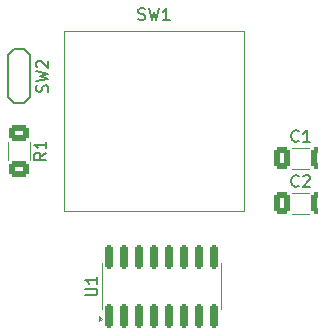
<source format=gto>
G04 #@! TF.GenerationSoftware,KiCad,Pcbnew,8.0.1*
G04 #@! TF.CreationDate,2024-11-04T22:09:55+13:00*
G04 #@! TF.ProjectId,morse_code_keyboard,6d6f7273-655f-4636-9f64-655f6b657962,rev?*
G04 #@! TF.SameCoordinates,Original*
G04 #@! TF.FileFunction,Legend,Top*
G04 #@! TF.FilePolarity,Positive*
%FSLAX46Y46*%
G04 Gerber Fmt 4.6, Leading zero omitted, Abs format (unit mm)*
G04 Created by KiCad (PCBNEW 8.0.1) date 2024-11-04 22:09:55*
%MOMM*%
%LPD*%
G01*
G04 APERTURE LIST*
G04 Aperture macros list*
%AMRoundRect*
0 Rectangle with rounded corners*
0 $1 Rounding radius*
0 $2 $3 $4 $5 $6 $7 $8 $9 X,Y pos of 4 corners*
0 Add a 4 corners polygon primitive as box body*
4,1,4,$2,$3,$4,$5,$6,$7,$8,$9,$2,$3,0*
0 Add four circle primitives for the rounded corners*
1,1,$1+$1,$2,$3*
1,1,$1+$1,$4,$5*
1,1,$1+$1,$6,$7*
1,1,$1+$1,$8,$9*
0 Add four rect primitives between the rounded corners*
20,1,$1+$1,$2,$3,$4,$5,0*
20,1,$1+$1,$4,$5,$6,$7,0*
20,1,$1+$1,$6,$7,$8,$9,0*
20,1,$1+$1,$8,$9,$2,$3,0*%
G04 Aperture macros list end*
%ADD10C,0.150000*%
%ADD11C,0.120000*%
%ADD12C,2.200000*%
%ADD13C,5.050000*%
%ADD14C,2.600000*%
%ADD15RoundRect,0.150000X0.150000X-0.850000X0.150000X0.850000X-0.150000X0.850000X-0.150000X-0.850000X0*%
%ADD16C,1.400000*%
%ADD17RoundRect,0.250000X-0.625000X0.400000X-0.625000X-0.400000X0.625000X-0.400000X0.625000X0.400000X0*%
%ADD18O,0.900000X1.600000*%
%ADD19RoundRect,0.250000X-0.412500X-0.650000X0.412500X-0.650000X0.412500X0.650000X-0.412500X0.650000X0*%
G04 APERTURE END LIST*
D10*
X139636667Y-76497200D02*
X139779524Y-76544819D01*
X139779524Y-76544819D02*
X140017619Y-76544819D01*
X140017619Y-76544819D02*
X140112857Y-76497200D01*
X140112857Y-76497200D02*
X140160476Y-76449580D01*
X140160476Y-76449580D02*
X140208095Y-76354342D01*
X140208095Y-76354342D02*
X140208095Y-76259104D01*
X140208095Y-76259104D02*
X140160476Y-76163866D01*
X140160476Y-76163866D02*
X140112857Y-76116247D01*
X140112857Y-76116247D02*
X140017619Y-76068628D01*
X140017619Y-76068628D02*
X139827143Y-76021009D01*
X139827143Y-76021009D02*
X139731905Y-75973390D01*
X139731905Y-75973390D02*
X139684286Y-75925771D01*
X139684286Y-75925771D02*
X139636667Y-75830533D01*
X139636667Y-75830533D02*
X139636667Y-75735295D01*
X139636667Y-75735295D02*
X139684286Y-75640057D01*
X139684286Y-75640057D02*
X139731905Y-75592438D01*
X139731905Y-75592438D02*
X139827143Y-75544819D01*
X139827143Y-75544819D02*
X140065238Y-75544819D01*
X140065238Y-75544819D02*
X140208095Y-75592438D01*
X140541429Y-75544819D02*
X140779524Y-76544819D01*
X140779524Y-76544819D02*
X140970000Y-75830533D01*
X140970000Y-75830533D02*
X141160476Y-76544819D01*
X141160476Y-76544819D02*
X141398572Y-75544819D01*
X142303333Y-76544819D02*
X141731905Y-76544819D01*
X142017619Y-76544819D02*
X142017619Y-75544819D01*
X142017619Y-75544819D02*
X141922381Y-75687676D01*
X141922381Y-75687676D02*
X141827143Y-75782914D01*
X141827143Y-75782914D02*
X141731905Y-75830533D01*
X135159819Y-99861904D02*
X135969342Y-99861904D01*
X135969342Y-99861904D02*
X136064580Y-99814285D01*
X136064580Y-99814285D02*
X136112200Y-99766666D01*
X136112200Y-99766666D02*
X136159819Y-99671428D01*
X136159819Y-99671428D02*
X136159819Y-99480952D01*
X136159819Y-99480952D02*
X136112200Y-99385714D01*
X136112200Y-99385714D02*
X136064580Y-99338095D01*
X136064580Y-99338095D02*
X135969342Y-99290476D01*
X135969342Y-99290476D02*
X135159819Y-99290476D01*
X136159819Y-98290476D02*
X136159819Y-98861904D01*
X136159819Y-98576190D02*
X135159819Y-98576190D01*
X135159819Y-98576190D02*
X135302676Y-98671428D01*
X135302676Y-98671428D02*
X135397914Y-98766666D01*
X135397914Y-98766666D02*
X135445533Y-98861904D01*
X131947200Y-82643332D02*
X131994819Y-82500475D01*
X131994819Y-82500475D02*
X131994819Y-82262380D01*
X131994819Y-82262380D02*
X131947200Y-82167142D01*
X131947200Y-82167142D02*
X131899580Y-82119523D01*
X131899580Y-82119523D02*
X131804342Y-82071904D01*
X131804342Y-82071904D02*
X131709104Y-82071904D01*
X131709104Y-82071904D02*
X131613866Y-82119523D01*
X131613866Y-82119523D02*
X131566247Y-82167142D01*
X131566247Y-82167142D02*
X131518628Y-82262380D01*
X131518628Y-82262380D02*
X131471009Y-82452856D01*
X131471009Y-82452856D02*
X131423390Y-82548094D01*
X131423390Y-82548094D02*
X131375771Y-82595713D01*
X131375771Y-82595713D02*
X131280533Y-82643332D01*
X131280533Y-82643332D02*
X131185295Y-82643332D01*
X131185295Y-82643332D02*
X131090057Y-82595713D01*
X131090057Y-82595713D02*
X131042438Y-82548094D01*
X131042438Y-82548094D02*
X130994819Y-82452856D01*
X130994819Y-82452856D02*
X130994819Y-82214761D01*
X130994819Y-82214761D02*
X131042438Y-82071904D01*
X130994819Y-81738570D02*
X131994819Y-81500475D01*
X131994819Y-81500475D02*
X131280533Y-81309999D01*
X131280533Y-81309999D02*
X131994819Y-81119523D01*
X131994819Y-81119523D02*
X130994819Y-80881428D01*
X131090057Y-80548094D02*
X131042438Y-80500475D01*
X131042438Y-80500475D02*
X130994819Y-80405237D01*
X130994819Y-80405237D02*
X130994819Y-80167142D01*
X130994819Y-80167142D02*
X131042438Y-80071904D01*
X131042438Y-80071904D02*
X131090057Y-80024285D01*
X131090057Y-80024285D02*
X131185295Y-79976666D01*
X131185295Y-79976666D02*
X131280533Y-79976666D01*
X131280533Y-79976666D02*
X131423390Y-80024285D01*
X131423390Y-80024285D02*
X131994819Y-80595713D01*
X131994819Y-80595713D02*
X131994819Y-79976666D01*
X131814819Y-87796666D02*
X131338628Y-88129999D01*
X131814819Y-88368094D02*
X130814819Y-88368094D01*
X130814819Y-88368094D02*
X130814819Y-87987142D01*
X130814819Y-87987142D02*
X130862438Y-87891904D01*
X130862438Y-87891904D02*
X130910057Y-87844285D01*
X130910057Y-87844285D02*
X131005295Y-87796666D01*
X131005295Y-87796666D02*
X131148152Y-87796666D01*
X131148152Y-87796666D02*
X131243390Y-87844285D01*
X131243390Y-87844285D02*
X131291009Y-87891904D01*
X131291009Y-87891904D02*
X131338628Y-87987142D01*
X131338628Y-87987142D02*
X131338628Y-88368094D01*
X131814819Y-86844285D02*
X131814819Y-87415713D01*
X131814819Y-87129999D02*
X130814819Y-87129999D01*
X130814819Y-87129999D02*
X130957676Y-87225237D01*
X130957676Y-87225237D02*
X131052914Y-87320475D01*
X131052914Y-87320475D02*
X131100533Y-87415713D01*
X153210833Y-90584580D02*
X153163214Y-90632200D01*
X153163214Y-90632200D02*
X153020357Y-90679819D01*
X153020357Y-90679819D02*
X152925119Y-90679819D01*
X152925119Y-90679819D02*
X152782262Y-90632200D01*
X152782262Y-90632200D02*
X152687024Y-90536961D01*
X152687024Y-90536961D02*
X152639405Y-90441723D01*
X152639405Y-90441723D02*
X152591786Y-90251247D01*
X152591786Y-90251247D02*
X152591786Y-90108390D01*
X152591786Y-90108390D02*
X152639405Y-89917914D01*
X152639405Y-89917914D02*
X152687024Y-89822676D01*
X152687024Y-89822676D02*
X152782262Y-89727438D01*
X152782262Y-89727438D02*
X152925119Y-89679819D01*
X152925119Y-89679819D02*
X153020357Y-89679819D01*
X153020357Y-89679819D02*
X153163214Y-89727438D01*
X153163214Y-89727438D02*
X153210833Y-89775057D01*
X153591786Y-89775057D02*
X153639405Y-89727438D01*
X153639405Y-89727438D02*
X153734643Y-89679819D01*
X153734643Y-89679819D02*
X153972738Y-89679819D01*
X153972738Y-89679819D02*
X154067976Y-89727438D01*
X154067976Y-89727438D02*
X154115595Y-89775057D01*
X154115595Y-89775057D02*
X154163214Y-89870295D01*
X154163214Y-89870295D02*
X154163214Y-89965533D01*
X154163214Y-89965533D02*
X154115595Y-90108390D01*
X154115595Y-90108390D02*
X153544167Y-90679819D01*
X153544167Y-90679819D02*
X154163214Y-90679819D01*
X153210833Y-86774580D02*
X153163214Y-86822200D01*
X153163214Y-86822200D02*
X153020357Y-86869819D01*
X153020357Y-86869819D02*
X152925119Y-86869819D01*
X152925119Y-86869819D02*
X152782262Y-86822200D01*
X152782262Y-86822200D02*
X152687024Y-86726961D01*
X152687024Y-86726961D02*
X152639405Y-86631723D01*
X152639405Y-86631723D02*
X152591786Y-86441247D01*
X152591786Y-86441247D02*
X152591786Y-86298390D01*
X152591786Y-86298390D02*
X152639405Y-86107914D01*
X152639405Y-86107914D02*
X152687024Y-86012676D01*
X152687024Y-86012676D02*
X152782262Y-85917438D01*
X152782262Y-85917438D02*
X152925119Y-85869819D01*
X152925119Y-85869819D02*
X153020357Y-85869819D01*
X153020357Y-85869819D02*
X153163214Y-85917438D01*
X153163214Y-85917438D02*
X153210833Y-85965057D01*
X154163214Y-86869819D02*
X153591786Y-86869819D01*
X153877500Y-86869819D02*
X153877500Y-85869819D01*
X153877500Y-85869819D02*
X153782262Y-86012676D01*
X153782262Y-86012676D02*
X153687024Y-86107914D01*
X153687024Y-86107914D02*
X153591786Y-86155533D01*
D11*
X133370000Y-77490000D02*
X133370000Y-92690000D01*
X133370000Y-92690000D02*
X148570000Y-92690000D01*
X148570000Y-92690000D02*
X148570000Y-77490000D01*
X148570000Y-77490000D02*
X133370000Y-77490000D01*
X136545000Y-99100000D02*
X136545000Y-101050000D01*
X136545000Y-99100000D02*
X136545000Y-97150000D01*
X146665000Y-99100000D02*
X146665000Y-101050000D01*
X146665000Y-99100000D02*
X146665000Y-97150000D01*
X136600000Y-101825000D02*
X136270000Y-102065000D01*
X136270000Y-101585000D01*
X136600000Y-101825000D01*
G36*
X136600000Y-101825000D02*
G01*
X136270000Y-102065000D01*
X136270000Y-101585000D01*
X136600000Y-101825000D01*
G37*
D10*
X129940000Y-78980000D02*
X130440000Y-79480000D01*
X129140000Y-78980000D02*
X129940000Y-78980000D01*
X130440000Y-79480000D02*
X130440000Y-83080000D01*
X128640000Y-79480000D02*
X129140000Y-78980000D01*
X130440000Y-83080000D02*
X129940000Y-83580000D01*
X128640000Y-83080000D02*
X128640000Y-79480000D01*
X129940000Y-83580000D02*
X129140000Y-83580000D01*
X129140000Y-83580000D02*
X128640000Y-83080000D01*
D11*
X130450000Y-86902936D02*
X130450000Y-88357064D01*
X128630000Y-86902936D02*
X128630000Y-88357064D01*
X152666248Y-91165000D02*
X154088752Y-91165000D01*
X152666248Y-92985000D02*
X154088752Y-92985000D01*
X152666248Y-87355000D02*
X154088752Y-87355000D01*
X152666248Y-89175000D02*
X154088752Y-89175000D01*
%LPC*%
D12*
X140970000Y-79190000D03*
X145970000Y-81290000D03*
D13*
X140970000Y-85090000D03*
D14*
X135970000Y-90240000D03*
D15*
X137160000Y-101600000D03*
X138430000Y-101600000D03*
X139700000Y-101600000D03*
X140970000Y-101600000D03*
X142240000Y-101600000D03*
X143510000Y-101600000D03*
X144780000Y-101600000D03*
X146050000Y-101600000D03*
X146050000Y-96600000D03*
X144780000Y-96600000D03*
X143510000Y-96600000D03*
X142240000Y-96600000D03*
X140970000Y-96600000D03*
X139700000Y-96600000D03*
X138430000Y-96600000D03*
X137160000Y-96600000D03*
D16*
X129540000Y-80010000D03*
X129540000Y-82550000D03*
D17*
X129540000Y-86080000D03*
X129540000Y-89180000D03*
D18*
X137670000Y-68580000D03*
X144270000Y-68580000D03*
D19*
X151815000Y-92075000D03*
X154940000Y-92075000D03*
X151815000Y-88265000D03*
X154940000Y-88265000D03*
%LPD*%
M02*

</source>
